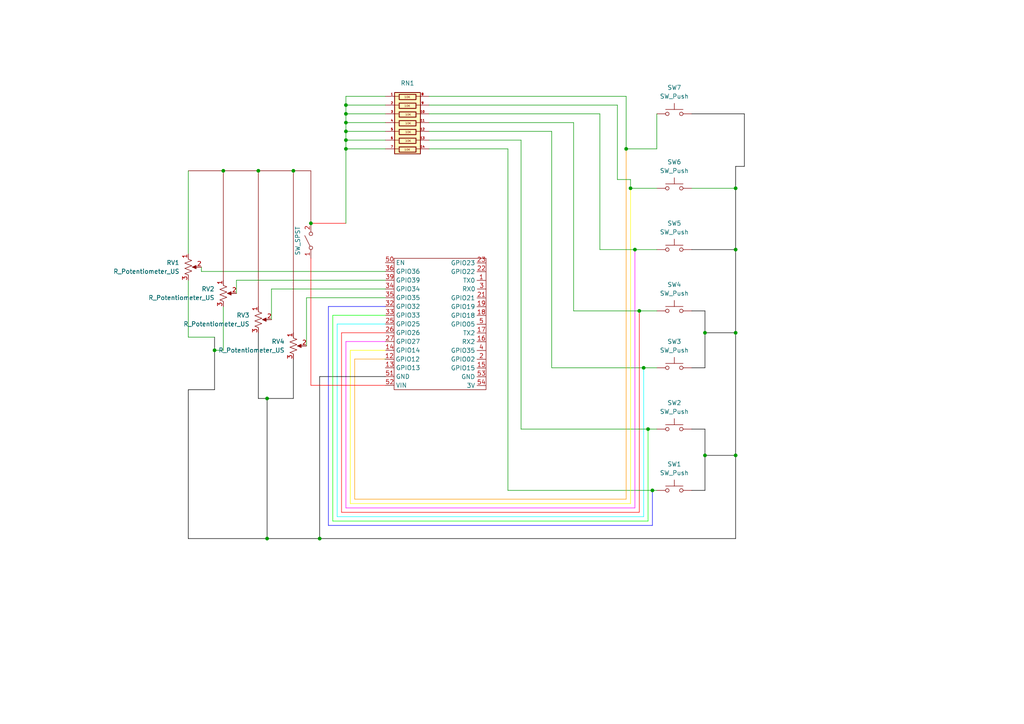
<source format=kicad_sch>
(kicad_sch (version 20250114) (generator "eeschema") (generator_version "9.0")
  (paper "A4")
  (title_block (title "ESP32 BP1 Controller") (date "2025-09-06") (rev "Print V1") (company "Personal Project") (comment 1 "A pin assignment sheet for the ESP32 BP1 Controller."))
  (lib_symbols
    (symbol "Device:R_Potentiometer_US" (pin_names (offset 1.016) (hide yes))
      (property "Reference" "RV" (at -4.445 0 90))
      (property "Value" "R_Potentiometer_US" (at -2.54 0 90))
      (symbol "R_Potentiometer_US_0_1"
        (polyline (pts (xy 0 2.54) (xy 0 2.286)))
        (polyline (pts (xy 0 2.286) (xy 1.016 1.905) (xy 0 1.524) (xy -1.016 1.143) (xy 0 0.762)))
        (polyline (pts (xy 0 0.762) (xy 1.016 0.381) (xy 0 0) (xy -1.016 -0.381) (xy 0 -0.762)))
        (polyline (pts (xy 0 -0.762) (xy 1.016 -1.143) (xy 0 -1.524) (xy -1.016 -1.905) (xy 0 -2.286)))
        (polyline (pts (xy 0 -2.286) (xy 0 -2.54)))
        (polyline (pts (xy 1.143 0) (xy 2.286 0.508) (xy 2.286 -0.508) (xy 1.143 0)) (fill (type outline)))
        (polyline (pts (xy 2.54 0) (xy 1.524 0)))
      )
      (symbol "R_Potentiometer_US_1_1"
        (pin passive line (at 0 3.81 270) (length 1.27) (name "1") (number "1"))
        (pin passive line (at 0 -3.81 90) (length 1.27) (name "3") (number "3"))
        (pin passive line (at 3.81 0 180) (length 1.27) (name "2") (number "2"))
      )
    )
    (symbol "Switch:SW_Push" (pin_numbers (hide yes)) (pin_names (offset 1.016) (hide yes))
      (property "Reference" "SW" (at 1.27 2.54 0))
      (property "Value" "SW_Push" (at 0 -1.524 0))
      (symbol "SW_Push_0_1"
        (circle (center -2.032 0) (radius 0.508))
        (polyline (pts (xy 0 1.27) (xy 0 3.048)))
        (circle (center 2.032 0) (radius 0.508))
        (polyline (pts (xy 2.54 1.27) (xy -2.54 1.27)))
        (pin passive line (at -5.08 0 0) (length 2.54) (name "1") (number "1"))
        (pin passive line (at 5.08 0 180) (length 2.54) (name "2") (number "2"))
      )
    )
    (symbol "Switch:SW_SPST" (pin_names (offset 0) (hide yes))
      (property "Reference" "SW" (at 0 3.175 0))
      (property "Value" "SW_SPST" (at 0 -2.54 0))
      (symbol "SW_SPST_0_0"
        (circle (center -2.032 0) (radius 0.508))
        (polyline (pts (xy -1.524 0.254) (xy 1.524 1.778)))
        (circle (center 2.032 0) (radius 0.508))
      )
      (symbol "SW_SPST_1_1"
        (pin passive line (at -5.08 0 0) (length 2.54) (name "A") (number "1"))
        (pin passive line (at 5.08 0 180) (length 2.54) (name "B") (number "2"))
      )
    )
    (symbol "UserDefined:ESP32DevKitV1"
      (symbol "ESP32DevKitV1_0_1"
        (rectangle (start -6.35 -3.81) (end 20.32 -41.91))
      )
      (symbol "ESP32DevKitV1_1_1"
        (pin bidirectional line (at -8.9749 -33.0781 0) (length 2.54) (name "GPIO12") (number "12"))
        (pin input line (at -8.89 -5.08 0) (length 2.54) (name "EN") (number "50"))
        (pin input line (at -8.89 -7.62 0) (length 2.54) (name "GPIO36") (number "36"))
        (pin input line (at -8.89 -10.16 0) (length 2.54) (name "GPIO39") (number "39"))
        (pin input line (at -8.89 -12.7 0) (length 2.54) (name "GPIO34") (number "34"))
        (pin input line (at -8.89 -15.24 0) (length 2.54) (name "GPIO35") (number "35"))
        (pin bidirectional line (at -8.89 -17.78 0) (length 2.54) (name "GPIO32") (number "32"))
        (pin bidirectional line (at -8.89 -20.32 0) (length 2.54) (name "GPIO33") (number "33"))
        (pin bidirectional line (at -8.89 -22.86 0) (length 2.54) (name "GPIO25") (number "25"))
        (pin bidirectional line (at -8.89 -25.4 0) (length 2.54) (name "GPIO26") (number "26"))
        (pin bidirectional line (at -8.89 -27.94 0) (length 2.54) (name "GPIO27") (number "27"))
        (pin bidirectional line (at -8.89 -30.48 0) (length 2.54) (name "GPIO14") (number "14"))
        (pin bidirectional line (at -8.89 -35.56 0) (length 2.54) (name "GPIO13") (number "13"))
        (pin bidirectional line (at -8.89 -38.1 0) (length 2.54) (name "GND") (number "51"))
        (pin bidirectional line (at -8.89 -40.64 0) (length 2.54) (name "VIN") (number "52"))
        (pin bidirectional line (at 20.2351 -5.1381 180) (length 2.54) (name "GPIO23") (number "23"))
        (pin bidirectional line (at 20.2351 -7.6781 180) (length 2.54) (name "GPIO22") (number "22"))
        (pin bidirectional line (at 20.2351 -10.2181 180) (length 2.54) (name "TX0") (number "1"))
        (pin bidirectional line (at 20.2351 -15.2981 180) (length 2.54) (name "GPIO21") (number "21"))
        (pin bidirectional line (at 20.2351 -17.8381 180) (length 2.54) (name "GPIO19") (number "19"))
        (pin bidirectional line (at 20.2351 -20.3781 180) (length 2.54) (name "GPIO18") (number "18"))
        (pin bidirectional line (at 20.2351 -22.9181 180) (length 2.54) (name "GPIO05") (number "5"))
        (pin bidirectional line (at 20.2351 -25.4581 180) (length 2.54) (name "TX2") (number "17"))
        (pin bidirectional line (at 20.2351 -27.9981 180) (length 2.54) (name "RX2") (number "16"))
        (pin input line (at 20.2351 -30.5381 180) (length 2.54) (name "GPIO35") (number "4"))
        (pin input line (at 20.2351 -33.0781 180) (length 2.54) (name "GPIO02") (number "2"))
        (pin input line (at 20.2351 -35.6181 180) (length 2.54) (name "GPIO15") (number "15"))
        (pin input line (at 20.2351 -38.1581 180) (length 2.54) (name "GND") (number "53"))
        (pin output line (at 20.2351 -40.6981 180) (length 2.54) (name "3V") (number "54"))
        (pin bidirectional line (at 20.32 -12.7 180) (length 2.54) (name "RX0") (number "3"))
      )
    )
    (symbol "UserDefined:ResistorArray" (pin_names (offset 0) (hide yes))
      (property "Reference" "RN1" (at 3.556 2.286 0))
      (symbol "ResistorArray_0_1"
        (rectangle (start 0.1685 -0.1789) (end 7.6199 -17.9589) (stroke (width 0.254)) (fill (type background)))
        (rectangle (start 1.4849 -0.7009) (end 6.3499 -2.2249) (stroke (width 0.254)))
        (rectangle (start 1.4849 -3.2409) (end 6.3499 -4.7649) (stroke (width 0.254)))
        (rectangle (start 1.4849 -5.7809) (end 6.3499 -7.3049) (stroke (width 0.254)))
        (rectangle (start 1.4849 -8.3209) (end 6.3499 -9.8449) (stroke (width 0.254)))
        (rectangle (start 1.4849 -10.8609) (end 6.3499 -12.3849) (stroke (width 0.254)))
        (rectangle (start 1.4849 -13.4009) (end 6.3499 -14.9249) (stroke (width 0.254)))
        (rectangle (start 1.4849 -15.9409) (end 6.3499 -17.4649) (stroke (width 0.254)))
      )
      (symbol "ResistorArray_1_1"
        (text "10K\n" (at 3.81 -1.524 0) (effects (font (size 0.635 0.635))))
        (text "10K\n" (at 3.81 -4.064 0) (effects (font (size 0.635 0.635))))
        (text "10K\n" (at 3.81 -16.764 0) (effects (font (size 0.635 0.635))))
        (text "10K\n" (at 4.064 -6.604 0) (effects (font (size 0.635 0.635))))
        (text "10K\n" (at 4.064 -9.144 0) (effects (font (size 0.635 0.635))))
        (text "10K\n" (at 4.064 -11.684 0) (effects (font (size 0.635 0.635))))
        (text "10K\n" (at 4.064 -14.224 0) (effects (font (size 0.635 0.635))))
        (pin input line (at -2.54 -1.27 0) (length 3.81) (name "R1") (number "1"))
        (pin input line (at -2.54 -3.81 0) (length 3.81) (name "R2") (number "2"))
        (pin input line (at -2.54 -6.35 0) (length 3.81) (name "R3") (number "3"))
        (pin input line (at -2.54 -8.89 0) (length 3.81) (name "R4") (number "4"))
        (pin input line (at -2.54 -11.43 0) (length 3.81) (name "R5") (number "5"))
        (pin input line (at -2.54 -13.97 0) (length 3.81) (name "R6") (number "6"))
        (pin input line (at -2.54 -16.51 0) (length 3.81) (name "R7") (number "7"))
        (pin output line (at 10.16 -1.27 180) (length 3.81) (name "R1") (number "8"))
        (pin output line (at 10.16 -3.81 180) (length 3.81) (name "R2") (number "9"))
        (pin output line (at 10.16 -6.35 180) (length 3.81) (name "R3") (number "10"))
        (pin output line (at 10.16 -8.89 180) (length 3.81) (name "R4") (number "11"))
        (pin output line (at 10.16 -11.43 180) (length 3.81) (name "R5") (number "12"))
        (pin output line (at 10.16 -13.97 180) (length 3.81) (name "R6") (number "13"))
        (pin output line (at 10.16 -16.51 180) (length 3.81) (name "R7") (number "14"))
      )
    )
  )
  (junction (at 62.23 101.6))
  (junction (at 90.17 64.77))
  (junction (at 186.69 106.68))
  (junction (at 189.23 142.24))
  (junction (at 64.77 49.53))
  (junction (at 100.33 38.1))
  (junction (at 213.36 132.08))
  (junction (at 184.15 72.39))
  (junction (at 100.33 40.64))
  (junction (at 100.33 35.56))
  (junction (at 92.71 156.21))
  (junction (at 74.93 49.53))
  (junction (at 213.36 96.52))
  (junction (at 77.47 156.21))
  (junction (at 182.88 54.61))
  (junction (at 213.36 54.61))
  (junction (at 85.09 49.53))
  (junction (at 213.36 72.39))
  (junction (at 100.33 33.02))
  (junction (at 204.47 132.08))
  (junction (at 187.96 124.46))
  (junction (at 204.47 96.52))
  (junction (at 100.33 43.18))
  (junction (at 181.61 43.18))
  (junction (at 77.47 115.57))
  (junction (at 185.42 90.17))
  (junction (at 100.33 30.48))
  (wire (pts (xy 173.99 72.39) (xy 184.15 72.39)))
  (wire (pts (xy 90.17 111.76) (xy 111.76 111.76)) (stroke (width 0) (color 255 0 0 1)))
  (wire (pts (xy 99.06 148.59) (xy 185.42 148.59)) (stroke (width 0) (color 255 0 0 1)))
  (wire (pts (xy 166.37 35.56) (xy 124.46 35.56)))
  (wire (pts (xy 77.47 115.57) (xy 74.93 115.57)) (stroke (width 0) (color 0 0 0 1)))
  (wire (pts (xy 99.06 96.52) (xy 99.06 148.59)) (stroke (width 0) (color 255 0 0 1)))
  (wire (pts (xy 186.69 106.68) (xy 190.5 106.68)))
  (wire (pts (xy 147.32 43.18) (xy 124.46 43.18)))
  (wire (pts (xy 54.61 49.53) (xy 64.77 49.53)) (stroke (width 0) (color 132 0 0 1)))
  (wire (pts (xy 166.37 90.17) (xy 166.37 35.56)))
  (wire (pts (xy 77.47 115.57) (xy 77.47 156.21)) (stroke (width 0) (color 0 0 0 1)))
  (wire (pts (xy 179.07 30.48) (xy 124.46 30.48)))
  (wire (pts (xy 111.76 101.6) (xy 101.6 101.6)) (stroke (width 0) (color 255 255 0 1)))
  (wire (pts (xy 204.47 124.46) (xy 204.47 132.08)) (stroke (width 0) (color 0 0 0 1)))
  (wire (pts (xy 166.37 90.17) (xy 185.42 90.17)))
  (wire (pts (xy 200.66 106.68) (xy 204.47 106.68)) (stroke (width 0) (color 0 0 0 1)))
  (wire (pts (xy 58.42 78.74) (xy 111.76 78.74)))
  (wire (pts (xy 95.25 88.9) (xy 95.25 152.4)) (stroke (width 0) (color 0 0 255 1)))
  (wire (pts (xy 204.47 96.52) (xy 213.36 96.52)) (stroke (width 0) (color 0 0 0 1)))
  (wire (pts (xy 100.33 33.02) (xy 100.33 30.48)))
  (wire (pts (xy 77.47 115.57) (xy 85.09 115.57)) (stroke (width 0) (color 0 0 0 1)))
  (wire (pts (xy 77.47 156.21) (xy 92.71 156.21)) (stroke (width 0) (color 0 0 0 1)))
  (wire (pts (xy 64.77 49.53) (xy 64.77 81.28)) (stroke (width 0) (color 132 0 0 1)))
  (wire (pts (xy 100.33 33.02) (xy 111.76 33.02)))
  (wire (pts (xy 182.88 54.61) (xy 190.5 54.61)))
  (wire (pts (xy 160.02 38.1) (xy 124.46 38.1)))
  (wire (pts (xy 97.79 149.86) (xy 186.69 149.86)) (stroke (width 0) (color 0 255 255 1)))
  (wire (pts (xy 88.9 100.33) (xy 88.9 86.36)))
  (wire (pts (xy 213.36 96.52) (xy 213.36 132.08)) (stroke (width 0) (color 0 0 0 1)))
  (wire (pts (xy 88.9 86.36) (xy 111.76 86.36)))
  (wire (pts (xy 111.76 96.52) (xy 99.06 96.52)) (stroke (width 0) (color 255 0 0 1)))
  (wire (pts (xy 200.66 33.02) (xy 215.9 33.02)) (stroke (width 0) (color 0 0 0 1)))
  (wire (pts (xy 111.76 88.9) (xy 95.25 88.9)) (stroke (width 0) (color 0 0 255 1)))
  (wire (pts (xy 111.76 104.14) (xy 111.76 104.1981)))
  (wire (pts (xy 78.74 92.71) (xy 78.74 83.82)))
  (wire (pts (xy 58.42 77.47) (xy 58.42 78.74)))
  (wire (pts (xy 100.33 40.64) (xy 100.33 38.1)))
  (wire (pts (xy 64.77 88.9) (xy 64.77 101.6)))
  (wire (pts (xy 54.61 97.79) (xy 62.23 97.79)))
  (wire (pts (xy 200.66 142.24) (xy 204.47 142.24)) (stroke (width 0) (color 0 0 0 1)))
  (wire (pts (xy 151.13 40.64) (xy 151.13 124.46)))
  (wire (pts (xy 54.61 73.66) (xy 54.61 49.53)))
  (wire (pts (xy 92.71 109.22) (xy 92.71 156.21)) (stroke (width 0) (color 0 0 0 1)))
  (wire (pts (xy 147.32 43.18) (xy 147.32 142.24)))
  (wire (pts (xy 101.6 101.6) (xy 101.6 146.05)) (stroke (width 0) (color 255 255 0 1)))
  (wire (pts (xy 102.87 144.78) (xy 181.61 144.78)) (stroke (width 0) (color 255 153 0 1)))
  (wire (pts (xy 160.02 106.68) (xy 186.69 106.68)))
  (wire (pts (xy 181.61 43.18) (xy 181.61 27.94)))
  (wire (pts (xy 160.02 106.68) (xy 160.02 38.1)))
  (wire (pts (xy 54.61 81.28) (xy 54.61 97.79)))
  (wire (pts (xy 189.23 142.24) (xy 147.32 142.24)))
  (wire (pts (xy 100.33 43.18) (xy 100.33 64.77)))
  (wire (pts (xy 111.76 91.44) (xy 96.52 91.44)) (stroke (width 0) (color 0 255 0 1)))
  (wire (pts (xy 190.5 33.02) (xy 190.5 43.18)))
  (wire (pts (xy 173.99 33.02) (xy 124.46 33.02)))
  (wire (pts (xy 85.09 49.53) (xy 85.09 96.52)) (stroke (width 0) (color 132 0 0 1)))
  (wire (pts (xy 64.77 49.53) (xy 74.93 49.53)) (stroke (width 0) (color 132 0 0 1)))
  (wire (pts (xy 204.47 90.17) (xy 204.47 96.52)) (stroke (width 0) (color 0 0 0 1)))
  (wire (pts (xy 62.23 101.6) (xy 62.23 97.79)) (stroke (width 0) (color 0 0 0 1)))
  (wire (pts (xy 184.15 147.32) (xy 184.15 72.39)) (stroke (width 0) (color 255 0 255 1)))
  (wire (pts (xy 185.42 90.17) (xy 190.5 90.17)))
  (wire (pts (xy 200.66 90.17) (xy 204.47 90.17)) (stroke (width 0) (color 0 0 0 1)))
  (wire (pts (xy 173.99 72.39) (xy 173.99 33.02)))
  (wire (pts (xy 90.17 49.53) (xy 90.17 64.77)) (stroke (width 0) (color 132 0 0 1)))
  (wire (pts (xy 100.33 30.48) (xy 100.33 27.94)))
  (wire (pts (xy 62.23 101.6) (xy 62.23 113.03)) (stroke (width 0) (color 0 0 0 1)))
  (wire (pts (xy 111.76 104.14) (xy 102.87 104.14)) (stroke (width 0) (color 255 153 0 1)))
  (wire (pts (xy 190.5 142.24) (xy 189.23 142.24)))
  (wire (pts (xy 111.76 93.98) (xy 97.79 93.98)) (stroke (width 0) (color 0 255 255 1)))
  (wire (pts (xy 111.76 99.06) (xy 100.33 99.06)) (stroke (width 0) (color 255 0 255 1)))
  (wire (pts (xy 85.09 115.57) (xy 85.09 104.14)) (stroke (width 0) (color 0 0 0 1)))
  (wire (pts (xy 101.6 146.05) (xy 182.88 146.05)) (stroke (width 0) (color 255 255 0 1)))
  (wire (pts (xy 200.66 124.46) (xy 204.47 124.46)) (stroke (width 0) (color 0 0 0 1)))
  (wire (pts (xy 68.58 85.09) (xy 68.58 81.28)))
  (wire (pts (xy 96.52 151.13) (xy 187.96 151.13)) (stroke (width 0) (color 0 255 0 1)))
  (wire (pts (xy 181.61 27.94) (xy 124.46 27.94)))
  (wire (pts (xy 213.36 72.39) (xy 213.36 96.52)) (stroke (width 0) (color 0 0 0 1)))
  (wire (pts (xy 74.93 115.57) (xy 74.93 96.52)) (stroke (width 0) (color 0 0 0 1)))
  (wire (pts (xy 74.93 49.53) (xy 74.93 88.9)) (stroke (width 0) (color 132 0 0 1)))
  (wire (pts (xy 181.61 144.78) (xy 181.61 43.18)) (stroke (width 0) (color 255 153 0 1)))
  (wire (pts (xy 78.74 83.82) (xy 111.76 83.82)))
  (wire (pts (xy 85.09 49.53) (xy 90.17 49.53)) (stroke (width 0) (color 132 0 0 1)))
  (wire (pts (xy 54.61 113.03) (xy 62.23 113.03)) (stroke (width 0) (color 0 0 0 1)))
  (wire (pts (xy 100.33 43.18) (xy 100.33 40.64)))
  (wire (pts (xy 204.47 132.08) (xy 213.36 132.08)) (stroke (width 0) (color 0 0 0 1)))
  (wire (pts (xy 100.33 30.48) (xy 111.76 30.48)))
  (wire (pts (xy 100.33 27.94) (xy 111.76 27.94)))
  (wire (pts (xy 181.61 43.18) (xy 190.5 43.18)))
  (wire (pts (xy 182.88 146.05) (xy 182.88 54.61)) (stroke (width 0) (color 255 255 0 1)))
  (wire (pts (xy 100.33 38.1) (xy 100.33 35.56)))
  (wire (pts (xy 111.76 104.1981) (xy 111.6751 104.1981)))
  (wire (pts (xy 187.96 124.46) (xy 190.5 124.46)))
  (wire (pts (xy 187.96 151.13) (xy 187.96 124.46)) (stroke (width 0) (color 0 255 0 1)))
  (wire (pts (xy 182.88 52.07) (xy 179.07 52.07)))
  (wire (pts (xy 102.87 104.14) (xy 102.87 144.78)) (stroke (width 0) (color 255 153 0 1)))
  (wire (pts (xy 185.42 148.59) (xy 185.42 90.17)) (stroke (width 0) (color 255 0 0 1)))
  (wire (pts (xy 200.66 54.61) (xy 213.36 54.61)))
  (wire (pts (xy 179.07 52.07) (xy 179.07 30.48)))
  (wire (pts (xy 100.33 43.18) (xy 111.76 43.18)))
  (wire (pts (xy 151.13 124.46) (xy 187.96 124.46)))
  (wire (pts (xy 100.33 35.56) (xy 111.76 35.56)))
  (wire (pts (xy 182.88 52.07) (xy 182.88 54.61)))
  (wire (pts (xy 100.33 35.56) (xy 100.33 33.02)))
  (wire (pts (xy 100.33 40.64) (xy 111.76 40.64)))
  (wire (pts (xy 92.71 156.21) (xy 213.36 156.21)) (stroke (width 0) (color 0 0 0 1)))
  (wire (pts (xy 95.25 152.4) (xy 189.23 152.4)) (stroke (width 0) (color 0 0 255 1)))
  (wire (pts (xy 100.33 99.06) (xy 100.33 147.32)) (stroke (width 0) (color 255 0 255 1)))
  (wire (pts (xy 74.93 49.53) (xy 85.09 49.53)) (stroke (width 0) (color 132 0 0 1)))
  (wire (pts (xy 204.47 96.52) (xy 204.47 106.68)) (stroke (width 0) (color 0 0 0 1)))
  (wire (pts (xy 90.17 74.93) (xy 90.17 111.76)) (stroke (width 0) (color 255 0 0 1)))
  (wire (pts (xy 215.9 48.26) (xy 213.36 48.26)) (stroke (width 0) (color 0 0 0 1)))
  (wire (pts (xy 90.17 64.77) (xy 100.33 64.77)) (stroke (width 0) (color 255 0 0 1)))
  (wire (pts (xy 100.33 38.1) (xy 111.76 38.1)))
  (wire (pts (xy 213.36 48.26) (xy 213.36 54.61)) (stroke (width 0) (color 0 0 0 1)))
  (wire (pts (xy 68.58 81.28) (xy 111.76 81.28)))
  (wire (pts (xy 62.23 101.6) (xy 64.77 101.6)))
  (wire (pts (xy 100.33 147.32) (xy 184.15 147.32)) (stroke (width 0) (color 255 0 255 1)))
  (wire (pts (xy 184.15 72.39) (xy 190.5 72.39)))
  (wire (pts (xy 189.23 152.4) (xy 189.23 142.24)) (stroke (width 0) (color 0 0 255 1)))
  (wire (pts (xy 97.79 93.98) (xy 97.79 149.86)) (stroke (width 0) (color 0 255 255 1)))
  (wire (pts (xy 111.76 109.22) (xy 92.71 109.22)) (stroke (width 0) (color 0 0 0 1)))
  (wire (pts (xy 54.61 156.21) (xy 54.61 113.03)) (stroke (width 0) (color 0 0 0 1)))
  (wire (pts (xy 213.36 54.61) (xy 213.36 72.39)) (stroke (width 0) (color 0 0 0 1)))
  (wire (pts (xy 54.61 156.21) (xy 77.47 156.21)) (stroke (width 0) (color 0 0 0 1)))
  (wire (pts (xy 215.9 33.02) (xy 215.9 48.26)) (stroke (width 0) (color 0 0 0 1)))
  (wire (pts (xy 204.47 132.08) (xy 204.47 142.24)) (stroke (width 0) (color 0 0 0 1)))
  (wire (pts (xy 96.52 91.44) (xy 96.52 151.13)) (stroke (width 0) (color 0 255 0 1)))
  (wire (pts (xy 213.36 132.08) (xy 213.36 156.21)) (stroke (width 0) (color 0 0 0 1)))
  (wire (pts (xy 151.13 40.64) (xy 124.46 40.64)))
  (wire (pts (xy 200.66 72.39) (xy 213.36 72.39)) (stroke (width 0) (color 0 0 0 1)))
  (wire (pts (xy 186.69 149.86) (xy 186.69 106.68)) (stroke (width 0) (color 0 255 255 1)))
  (symbol (lib_id "Switch:SW_Push") (at 195.58 33.02 0) (unit 1)
    (property "Reference" "SW7" (at 195.58 25.4 0))
    (property "Value" "SW_Push" (at 195.58 27.94 0))
    (property "Footprint" "Button_Switch_THT:SW_PUSH_6mm_H5mm" (effects (hide yes)))
    (property "Description" "Push button switch, generic, two pins" (effects (hide yes)))
  )
  (symbol (lib_id "Switch:SW_SPST") (at 90.17 69.85 90) (unit 1)
    (property "Reference" "SW9" (effects (hide yes)))
    (property "Value" "SW_SPST" (at 86.36 69.85 0))
    (property "Footprint" "Button_Switch_THT:SW_DIP_SPSTx01_Slide_9.78x4.72mm_W7.62mm_P2.54mm" (effects (hide yes)))
    (property "Description" "Single Pole Single Throw (SPST) switch" (effects (hide yes)))
  )
  (symbol (lib_id "Switch:SW_Push") (at 195.58 54.61 0) (unit 1)
    (property "Reference" "SW6" (at 195.58 46.99 0))
    (property "Value" "SW_Push" (at 195.58 49.53 0))
    (property "Footprint" "Button_Switch_THT:SW_PUSH_6mm_H5mm" (effects (hide yes)))
    (property "Description" "Push button switch, generic, two pins" (effects (hide yes)))
  )
  (symbol (lib_id "UserDefined:ESP32DevKitV1") (at 120.65 71.12 0) (unit 1)
    (property "Reference" "U1" (effects (hide yes)))
    (property "Footprint" "Espressif:ESP32-DEVKITV1-Paul-Half" (effects (hide yes)))
  )
  (symbol (lib_id "Device:R_Potentiometer_US") (at 64.77 85.09 0) (unit 1)
    (property "Reference" "RV2" (at 62.23 83.8199 0) (effects (justify right)))
    (property "Value" "R_Potentiometer_US" (at 62.23 86.3599 0) (effects (justify right)))
    (property "Footprint" "Potentiometer_THT:Potentiometer_Alps_RK09Y11_Single_Horizontal" (effects (hide yes)))
    (property "Description" "Potentiometer, US symbol" (effects (hide yes)))
  )
  (symbol (lib_id "Device:R_Potentiometer_US") (at 74.93 92.71 0) (unit 1)
    (property "Reference" "RV3" (at 72.39 91.4399 0) (effects (justify right)))
    (property "Value" "R_Potentiometer_US" (at 72.39 93.9799 0) (effects (justify right)))
    (property "Footprint" "Potentiometer_THT:Potentiometer_Alps_RK09Y11_Single_Horizontal" (effects (hide yes)))
    (property "Description" "Potentiometer, US symbol" (effects (hide yes)))
  )
  (symbol (lib_id "Switch:SW_Push") (at 195.58 142.24 0) (unit 1)
    (property "Reference" "SW1" (at 195.58 134.62 0))
    (property "Value" "SW_Push" (at 195.58 137.16 0))
    (property "Footprint" "Button_Switch_THT:SW_PUSH_6mm_H5mm" (effects (hide yes)))
    (property "Description" "Push button switch, generic, two pins" (effects (hide yes)))
  )
  (symbol (lib_id "UserDefined:ResistorArray") (at 114.3 26.67 0) (unit 1)
    (property "Reference" "RN1" (at 118.1942 24.13 0))
    (property "Value" "10K Array" (effects (hide yes)))
  )
  (symbol (lib_id "Device:R_Potentiometer_US") (at 85.09 100.33 0) (unit 1)
    (property "Reference" "RV4" (at 82.55 99.0599 0) (effects (justify right)))
    (property "Value" "R_Potentiometer_US" (at 82.55 101.5999 0) (effects (justify right)))
    (property "Footprint" "Potentiometer_THT:Potentiometer_Alps_RK09Y11_Single_Horizontal" (effects (hide yes)))
    (property "Description" "Potentiometer, US symbol" (effects (hide yes)))
  )
  (symbol (lib_id "Switch:SW_Push") (at 195.58 72.39 0) (unit 1)
    (property "Reference" "SW5" (at 195.58 64.77 0))
    (property "Value" "SW_Push" (at 195.58 67.31 0))
    (property "Footprint" "Button_Switch_THT:SW_PUSH_6mm_H5mm" (effects (hide yes)))
    (property "Description" "Push button switch, generic, two pins" (effects (hide yes)))
  )
  (symbol (lib_id "Switch:SW_Push") (at 195.58 124.46 0) (unit 1)
    (property "Reference" "SW2" (at 195.58 116.84 0))
    (property "Value" "SW_Push" (at 195.58 119.38 0))
    (property "Footprint" "Button_Switch_THT:SW_PUSH_6mm_H5mm" (effects (hide yes)))
    (property "Description" "Push button switch, generic, two pins" (effects (hide yes)))
  )
  (symbol (lib_id "Device:R_Potentiometer_US") (at 54.61 77.47 0) (unit 1)
    (property "Reference" "RV1" (at 52.07 76.1999 0) (effects (justify right)))
    (property "Value" "R_Potentiometer_US" (at 52.07 78.7399 0) (effects (justify right)))
    (property "Footprint" "Potentiometer_THT:Potentiometer_Alps_RK09Y11_Single_Horizontal" (effects (hide yes)))
    (property "Description" "Potentiometer, US symbol" (effects (hide yes)))
  )
  (symbol (lib_id "Switch:SW_Push") (at 195.58 90.17 0) (unit 1)
    (property "Reference" "SW4" (at 195.58 82.55 0))
    (property "Value" "SW_Push" (at 195.58 85.09 0))
    (property "Footprint" "Button_Switch_THT:SW_PUSH_6mm_H5mm" (effects (hide yes)))
    (property "Description" "Push button switch, generic, two pins" (effects (hide yes)))
  )
  (symbol (lib_id "Switch:SW_Push") (at 195.58 106.68 0) (unit 1)
    (property "Reference" "SW3" (at 195.58 99.06 0))
    (property "Value" "SW_Push" (at 195.58 101.6 0))
    (property "Footprint" "Button_Switch_THT:SW_PUSH_6mm_H5mm" (effects (hide yes)))
    (property "Description" "Push button switch, generic, two pins" (effects (hide yes)))
  )
)
</source>
